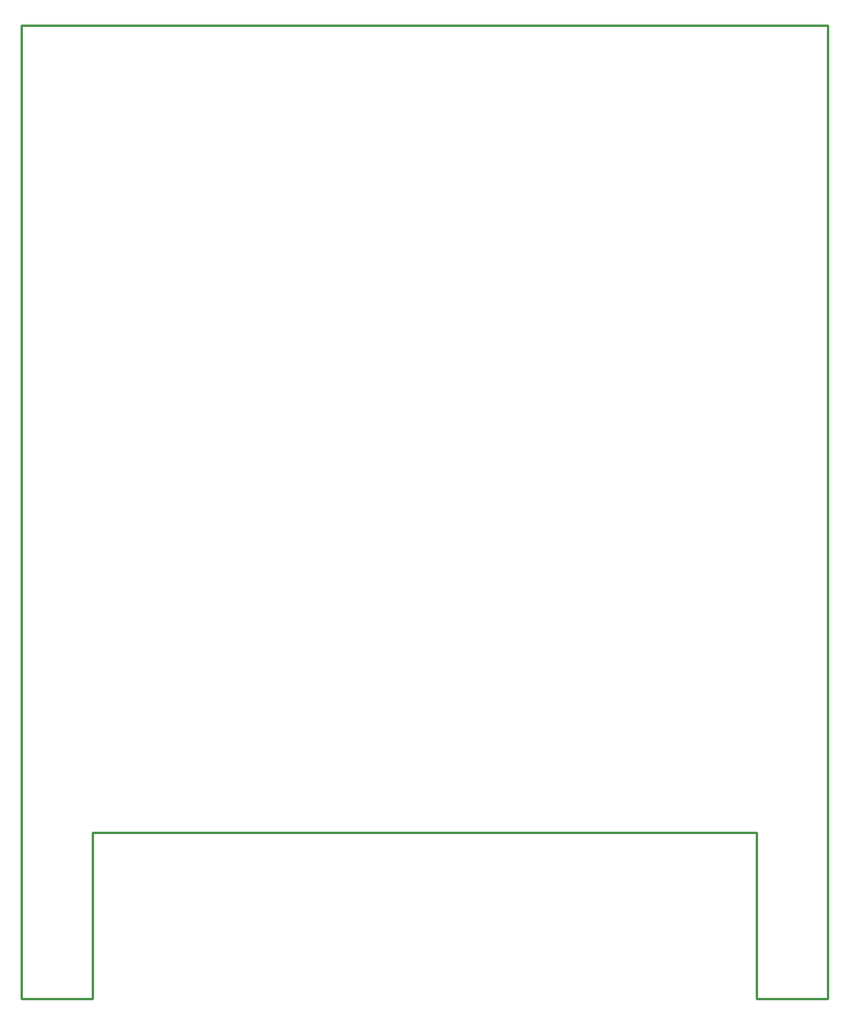
<source format=gko>
G04 Layer: BoardOutlineLayer*
G04 EasyEDA v6.5.29, 2023-07-18 10:57:26*
G04 0569b9fd0f0c4a709173e771a03f3b8e,5a6b42c53f6a479593ecc07194224c93,10*
G04 Gerber Generator version 0.2*
G04 Scale: 100 percent, Rotated: No, Reflected: No *
G04 Dimensions in millimeters *
G04 leading zeros omitted , absolute positions ,4 integer and 5 decimal *
%FSLAX45Y45*%
%MOMM*%

%ADD10C,0.2540*%
D10*
X254000Y11684000D02*
G01*
X8890000Y11684000D01*
X8890000Y1270000D01*
X8128000Y1270000D01*
X8128000Y3048000D01*
X1016000Y3048000D01*
X1016000Y1270000D01*
X254000Y1270000D01*
X254000Y11684000D01*

%LPD*%
M02*

</source>
